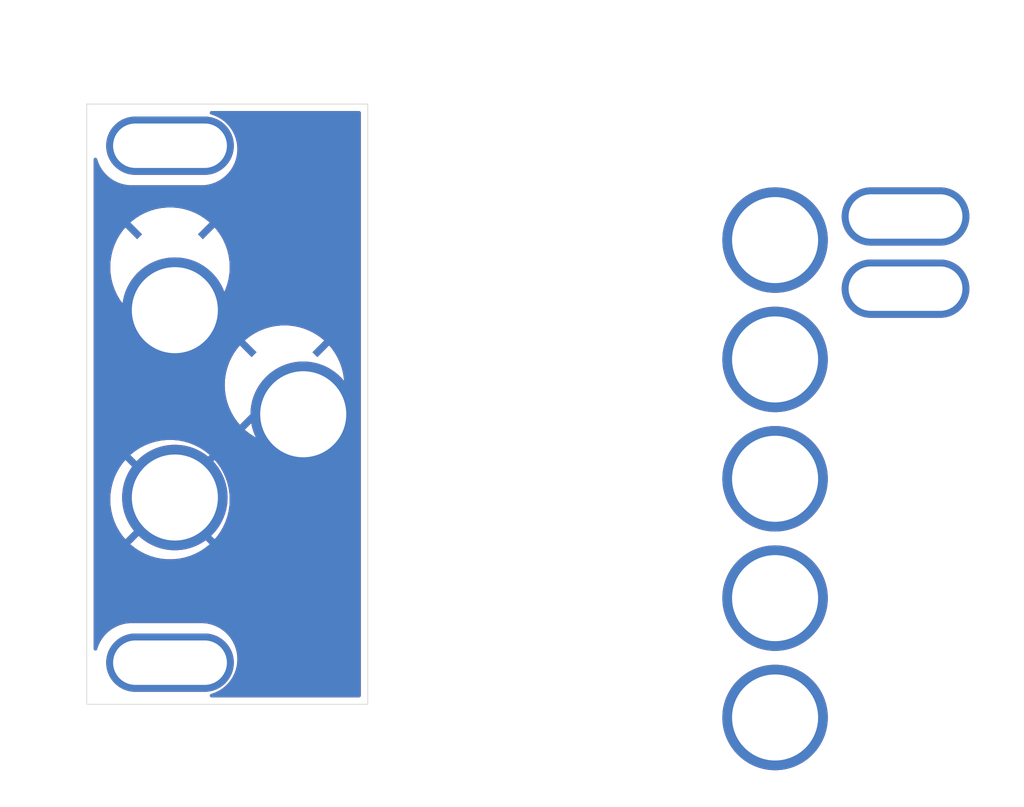
<source format=kicad_pcb>
(kicad_pcb (version 20240108) (generator "pcbnew") (generator_version "8.0")
  (layers (0 "F.Cu" signal) (31 "B.Cu" signal) (34 "B.Paste" user) (35 "F.Paste" user) (36 "B.SilkS" user "B.Silkscreen") (37 "F.SilkS" user "F.Silkscreen") (38 "B.Mask" user) (39 "F.Mask" user) (44 "Edge.Cuts" user))
  (net 0 "")
  (net 3 "GND")
  (footprint "Custom_FP:JackHole_3.5mm" (layer "F.Cu") (at 106.35 89.85)
    (property "Reference" "J1" (hide yes))
    (property "Value" "Screw_Terminal_01x01")
    (pad "1" thru_hole circle (at 0 0) (size 7.6 7.6) (drill 6.2) (layers "*.Cu" "*.Mask") (net 3 "GND"))
  )
  (footprint "Custom_FP:JackHole_3.5mm" (layer "F.Cu") (at 149.6 102)
    (property "Reference" "J10" (hide yes))
    (property "Value" "Screw_Terminal_01x01")
    (pad "1" thru_hole circle (at 0 0) (size 7.6 7.6) (drill 6.2) (layers "*.Cu" "*.Mask") (net 3 "GND"))
  )
  (footprint "Custom_FP:Wider_M3" (layer "F.Cu") (at 159 88.3)
    (property "Reference" "J7" (hide yes))
    (property "Value" "Screw_Terminal_01x01")
    (pad "1" thru_hole oval (at 0 0) (size 9.2 4.2) (drill oval 8.2 3.2) (layers "*.Cu" "*.Mask"))
  )
  (footprint "Custom_FP:Wider_M3" (layer "F.Cu") (at 159 83.1)
    (property "Reference" "J6" (hide yes))
    (property "Value" "Screw_Terminal_01x01")
    (pad "1" thru_hole oval (at 0 0) (size 9.2 4.2) (drill oval 8.2 3.2) (layers "*.Cu" "*.Mask"))
  )
  (footprint "Custom_FP:JackHole_3.5mm" (layer "F.Cu") (at 149.6 93.4)
    (property "Reference" "J9" (hide yes))
    (property "Value" "Screw_Terminal_01x01")
    (pad "1" thru_hole circle (at 0 0) (size 7.6 7.6) (drill 6.2) (layers "*.Cu" "*.Mask") (net 3 "GND"))
  )
  (footprint "Custom_FP:Wider_M3" (layer "F.Cu") (at 106 115.25)
    (property "Reference" "J5" (hide yes))
    (property "Value" "Screw_Terminal_01x01")
    (pad "1" thru_hole oval (at 0 0) (size 9.2 4.2) (drill oval 8.2 3.2) (layers "*.Cu" "*.Mask"))
  )
  (footprint "Custom_FP:Wider_M3" (layer "F.Cu") (at 106 78)
    (property "Reference" "J4" (hide yes))
    (property "Value" "Screw_Terminal_01x01")
    (pad "1" thru_hole oval (at 0 0) (size 9.2 4.2) (drill oval 8.2 3.2) (layers "*.Cu" "*.Mask"))
  )
  (footprint "Custom_FP:JackHole_3.5mm" (layer "F.Cu") (at 149.6 110.6)
    (property "Reference" "J11" (hide yes))
    (property "Value" "Screw_Terminal_01x01")
    (pad "1" thru_hole circle (at 0 0) (size 7.6 7.6) (drill 6.2) (layers "*.Cu" "*.Mask") (net 3 "GND"))
  )
  (footprint "Custom_FP:JackHole_3.5mm" (layer "F.Cu") (at 149.6 84.8)
    (property "Reference" "J8" (hide yes))
    (property "Value" "Screw_Terminal_01x01")
    (pad "1" thru_hole circle (at 0 0) (size 7.6 7.6) (drill 6.2) (layers "*.Cu" "*.Mask") (net 3 "GND"))
  )
  (footprint "Custom_FP:JackHole_3.5mm" (layer "F.Cu") (at 149.6 119.2)
    (property "Reference" "J12" (hide yes))
    (property "Value" "Screw_Terminal_01x01")
    (pad "1" thru_hole circle (at 0 0) (size 7.6 7.6) (drill 6.2) (layers "*.Cu" "*.Mask") (net 3 "GND"))
  )
  (footprint "Custom_FP:JackHole_3.5mm" (layer "F.Cu") (at 115.6 97.35)
    (property "Reference" "J3" (hide yes))
    (property "Value" "Screw_Terminal_01x01")
    (pad "1" thru_hole circle (at 0 0) (size 7.6 7.6) (drill 6.2) (layers "*.Cu" "*.Mask") (net 3 "GND"))
  )
  (footprint "Custom_FP:JackHole_3.5mm" (layer "F.Cu") (at 106.35 103.35)
    (property "Reference" "J2" (hide yes))
    (property "Value" "Screw_Terminal_01x01")
    (pad "1" thru_hole circle (at 0 0) (size 7.6 7.6) (drill 6.2) (layers "*.Cu" "*.Mask") (net 3 "GND"))
  )
  (gr_line (start 100 75) (end 100 118.25) (stroke (width 0.05)) (layer "Edge.Cuts"))
  (gr_line (start 120.25 75) (end 100 75) (stroke (width 0.05)) (layer "Edge.Cuts"))
  (gr_line (start 120.25 118.25) (end 120.25 75) (stroke (width 0.05)) (layer "Edge.Cuts"))
  (gr_line (start 100 118.25) (end 120.25 118.25) (stroke (width 0.05)) (layer "Edge.Cuts"))
  (zone (net 3) (net_name "GND") (layers "F&B.Cu") (connect_pads (clearance 0.5)) (min_thickness 0.25) (fill yes (thermal_gap 0.5) (thermal_bridge_width 0.5))
    (polygon (pts (xy 97.5 73.5) (xy 93.75 122.25) (xy 126 123) (xy 125.25 72.5) (xy 108.75 67.5)))
  )
)
</source>
